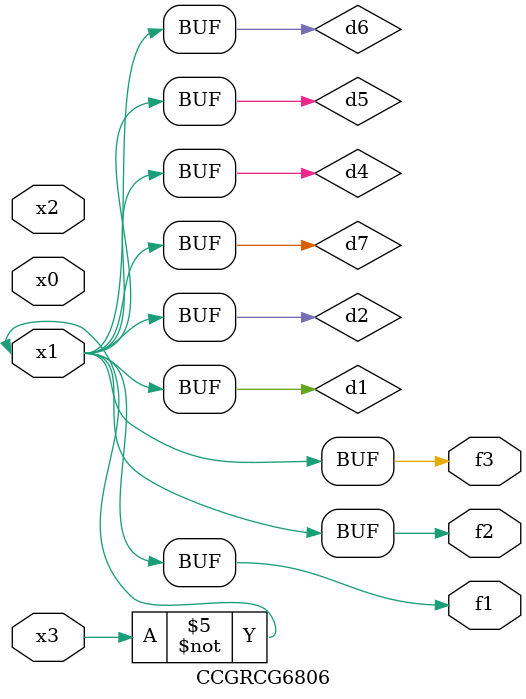
<source format=v>
module CCGRCG6806(
	input x0, x1, x2, x3,
	output f1, f2, f3
);

	wire d1, d2, d3, d4, d5, d6, d7;

	not (d1, x3);
	buf (d2, x1);
	xnor (d3, d1, d2);
	nor (d4, d1);
	buf (d5, d1, d2);
	buf (d6, d4, d5);
	nand (d7, d4);
	assign f1 = d6;
	assign f2 = d7;
	assign f3 = d6;
endmodule

</source>
